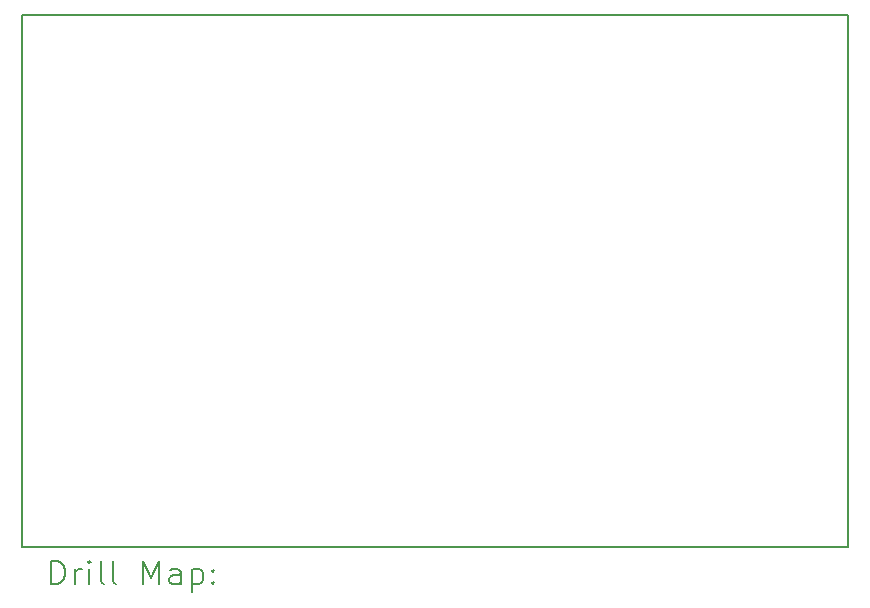
<source format=gbr>
%FSLAX45Y45*%
G04 Gerber Fmt 4.5, Leading zero omitted, Abs format (unit mm)*
G04 Created by KiCad (PCBNEW (6.0.0)) date 2022-01-24 15:48:01*
%MOMM*%
%LPD*%
G01*
G04 APERTURE LIST*
%TA.AperFunction,Profile*%
%ADD10C,0.150000*%
%TD*%
%ADD11C,0.200000*%
G04 APERTURE END LIST*
D10*
X13000000Y-8000000D02*
X20000000Y-8000000D01*
X20000000Y-8000000D02*
X20000000Y-12500000D01*
X20000000Y-12500000D02*
X13000000Y-12500000D01*
X13000000Y-12500000D02*
X13000000Y-8000000D01*
D11*
X13250119Y-12817976D02*
X13250119Y-12617976D01*
X13297738Y-12617976D01*
X13326309Y-12627500D01*
X13345357Y-12646548D01*
X13354881Y-12665595D01*
X13364405Y-12703690D01*
X13364405Y-12732262D01*
X13354881Y-12770357D01*
X13345357Y-12789405D01*
X13326309Y-12808452D01*
X13297738Y-12817976D01*
X13250119Y-12817976D01*
X13450119Y-12817976D02*
X13450119Y-12684643D01*
X13450119Y-12722738D02*
X13459643Y-12703690D01*
X13469167Y-12694167D01*
X13488214Y-12684643D01*
X13507262Y-12684643D01*
X13573928Y-12817976D02*
X13573928Y-12684643D01*
X13573928Y-12617976D02*
X13564405Y-12627500D01*
X13573928Y-12637024D01*
X13583452Y-12627500D01*
X13573928Y-12617976D01*
X13573928Y-12637024D01*
X13697738Y-12817976D02*
X13678690Y-12808452D01*
X13669167Y-12789405D01*
X13669167Y-12617976D01*
X13802500Y-12817976D02*
X13783452Y-12808452D01*
X13773928Y-12789405D01*
X13773928Y-12617976D01*
X14031071Y-12817976D02*
X14031071Y-12617976D01*
X14097738Y-12760833D01*
X14164405Y-12617976D01*
X14164405Y-12817976D01*
X14345357Y-12817976D02*
X14345357Y-12713214D01*
X14335833Y-12694167D01*
X14316786Y-12684643D01*
X14278690Y-12684643D01*
X14259643Y-12694167D01*
X14345357Y-12808452D02*
X14326309Y-12817976D01*
X14278690Y-12817976D01*
X14259643Y-12808452D01*
X14250119Y-12789405D01*
X14250119Y-12770357D01*
X14259643Y-12751309D01*
X14278690Y-12741786D01*
X14326309Y-12741786D01*
X14345357Y-12732262D01*
X14440595Y-12684643D02*
X14440595Y-12884643D01*
X14440595Y-12694167D02*
X14459643Y-12684643D01*
X14497738Y-12684643D01*
X14516786Y-12694167D01*
X14526309Y-12703690D01*
X14535833Y-12722738D01*
X14535833Y-12779881D01*
X14526309Y-12798928D01*
X14516786Y-12808452D01*
X14497738Y-12817976D01*
X14459643Y-12817976D01*
X14440595Y-12808452D01*
X14621548Y-12798928D02*
X14631071Y-12808452D01*
X14621548Y-12817976D01*
X14612024Y-12808452D01*
X14621548Y-12798928D01*
X14621548Y-12817976D01*
X14621548Y-12694167D02*
X14631071Y-12703690D01*
X14621548Y-12713214D01*
X14612024Y-12703690D01*
X14621548Y-12694167D01*
X14621548Y-12713214D01*
M02*

</source>
